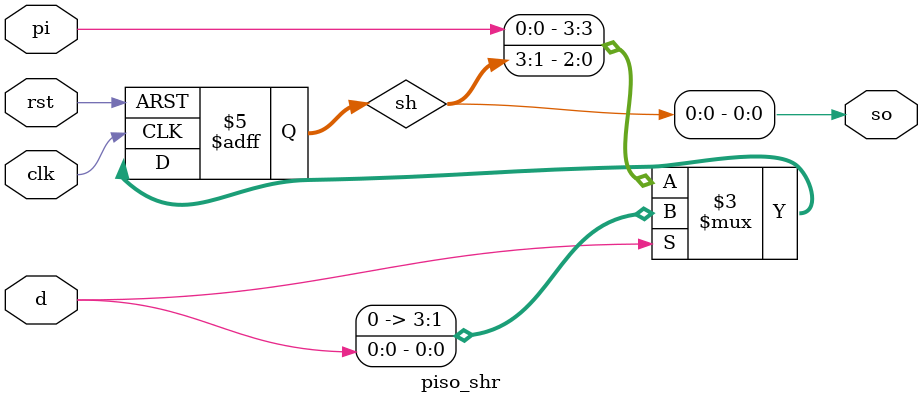
<source format=v>
module piso_shr(input [3:0] pi, input d,clk,rst, output  so);
  reg [3:0] sh;
  assign so=sh[0];
  always@(posedge clk or posedge rst)begin
    if(rst)begin
      sh <=4'b0;
    end
    else if(d) begin
      sh <= {3'b0,d};
    end
    else begin
      sh<={pi,sh[3:1]};
  end
 end
endmodule

</source>
